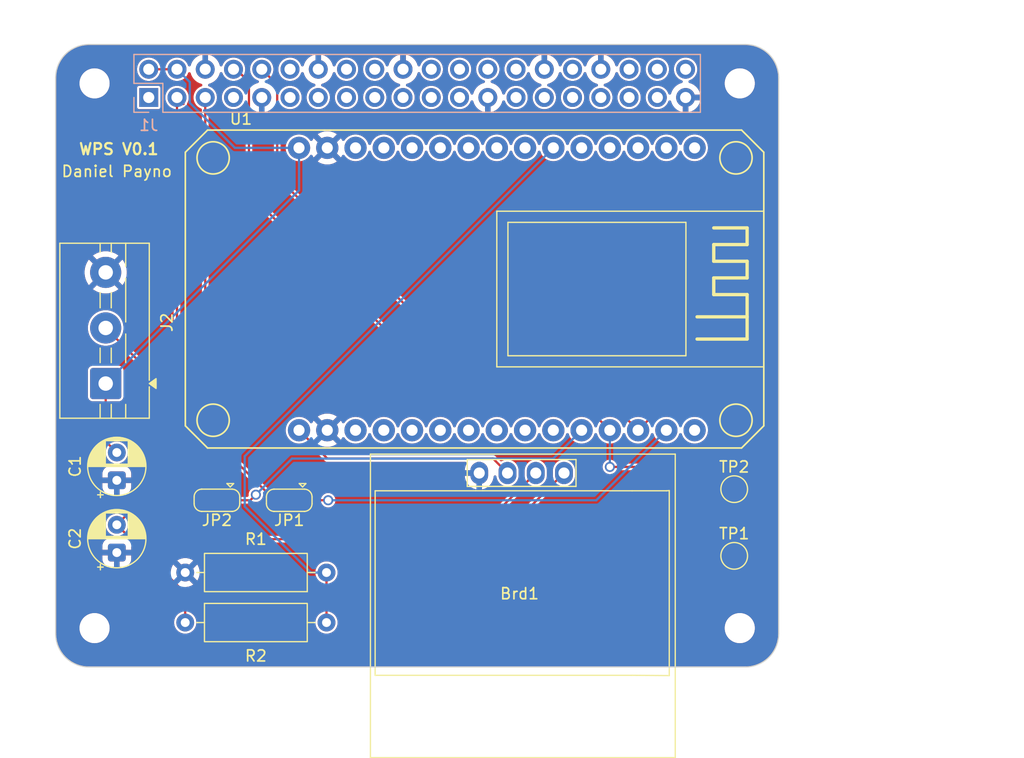
<source format=kicad_pcb>
(kicad_pcb (version 20241229) (generator "pcbnew") (generator_version "9.0")
  (title_block (date "15 nov 2012"))
  (layers (0 "F.Cu" signal) (2 "B.Cu" signal) (13 "F.Paste" user) (15 "B.Paste" user) (5 "F.SilkS" user "F.Silkscreen") (7 "B.SilkS" user "B.Silkscreen") (1 "F.Mask" user) (3 "B.Mask" user) (25 "Edge.Cuts" user))
  (net 0 "")
  (net 1 "GND")
  (net 2 "/GPIO2{slash}SDA1")
  (net 3 "/GPIO3{slash}SCL1")
  (net 4 "/GPIO4{slash}GPCLK0")
  (net 5 "/GPIO14{slash}TXD0")
  (net 6 "/GPIO15{slash}RXD0")
  (net 7 "/GPIO17")
  (net 8 "/GPIO18{slash}PCM.CLK")
  (net 9 "/GPIO27")
  (net 10 "/GPIO22")
  (net 11 "/GPIO23")
  (net 12 "/GPIO24")
  (net 13 "/GPIO10{slash}SPI0.MOSI")
  (net 14 "/GPIO9{slash}SPI0.MISO")
  (net 15 "/GPIO25")
  (net 16 "/GPIO11{slash}SPI0.SCLK")
  (net 17 "/GPIO8{slash}SPI0.CE0")
  (net 18 "/GPIO7{slash}SPI0.CE1")
  (net 19 "/ID_SDA")
  (net 20 "/ID_SCL")
  (net 21 "/GPIO5")
  (net 22 "/GPIO6")
  (net 23 "/GPIO12{slash}PWM0")
  (net 24 "/GPIO13{slash}PWM1")
  (net 25 "/GPIO19{slash}PCM.FS")
  (net 26 "/GPIO16")
  (net 27 "/GPIO26")
  (net 28 "/GPIO20{slash}PCM.DIN")
  (net 29 "/GPIO21{slash}PCM.DOUT")
  (net 30 "+5V")
  (net 31 "+3V3")
  (net 32 "/SDA")
  (net 33 "/SCL")
  (net 34 "/ADC_IN")
  (net 35 "/SCL_ESP32")
  (net 36 "/SDA_ESP32")
  (net 37 "Net-(U1-D32)")
  (net 59 "/3V3_ESP")
  (footprint "MountingHole:MountingHole_2.7mm_M2.5" (layer "F.Cu") (at 161.5 47.5)
    (property "Reference" "MH2" (hide yes))
    (property "Value" "MountingHole_2.7mm_M2.5" (hide yes))
    (pad "" np_thru_hole circle (at 0 0) (size 2.7 2.7) (drill 2.7) (layers "*.Cu" "*.Mask"))
  )
  (footprint "Resistor_THT:R_Axial_DIN0309_L9.0mm_D3.2mm_P12.70mm_Horizontal" (layer "F.Cu") (at 124.35 91.5 180)
    (property "Reference" "R1" (at 6.35 3 0) (layer "F.SilkS"))
    (property "Value" "5k")
    (pad "1" thru_hole circle (at 0 0 180) (size 1.6 1.6) (drill 0.8) (layers "*.Cu" "*.Mask") (net 37 "Net-(U1-D32)"))
    (pad "2" thru_hole circle (at 12.7 0 180) (size 1.6 1.6) (drill 0.8) (layers "*.Cu" "*.Mask") (net 1 "GND"))
  )
  (footprint "Capacitor_THT:CP_Radial_D5.0mm_P2.50mm" (layer "F.Cu") (at 105.5 83.205112 90)
    (property "Reference" "C1" (at 1.25 -3.75 90) (layer "F.SilkS"))
    (property "Value" "C")
    (pad "1" thru_hole roundrect (at 0 0 90) (size 1.6 1.6) (drill 0.8) (layers "*.Cu" "*.Mask") (roundrect_rratio 0.15625) (net 1 "GND"))
    (pad "2" thru_hole circle (at 2.5 0 90) (size 1.6 1.6) (drill 0.8) (layers "*.Cu" "*.Mask") (net 30 "+5V"))
  )
  (footprint "Jumper:SolderJumper-3_P1.3mm_Open_RoundedPad1.0x1.5mm" (layer "F.Cu") (at 114.5 85 180)
    (property "Reference" "JP2" (at 0 -1.8 0) (layer "F.SilkS"))
    (property "Value" "SolderJumper_3_Open")
    (pad "1" smd custom (at -1.3 0 180) (size 1 0.5) (layers "F.Cu" "F.Mask") (net 36 "/SDA_ESP32") (options (clearance outline) (anchor rect)) (primitives (gr_circle (center 0 0.25) (end 0.5 0.25) (width 0) (fill yes)) (gr_circle (center 0 -0.25) (end 0.5 -0.25) (width 0) (fill yes)) (gr_poly (pts (xy 0.55 0.75) (xy 0 0.75) (xy 0 -0.75) (xy 0.55 -0.75)) (width 0) (fill yes))))
    (pad "2" smd rect (at 0 0 180) (size 1 1.5) (layers "F.Cu" "F.Mask") (net 32 "/SDA"))
    (pad "3" smd custom (at 1.3 0 180) (size 1 0.5) (layers "F.Cu" "F.Mask") (net 2 "/GPIO2{slash}SDA1") (options (clearance outline) (anchor rect)) (primitives (gr_circle (center 0 0.25) (end 0.5 0.25) (width 0) (fill yes)) (gr_circle (center 0 -0.25) (end 0.5 -0.25) (width 0) (fill yes)) (gr_poly (pts (xy 0 0.75) (xy -0.55 0.75) (xy -0.55 -0.75) (xy 0 -0.75)) (width 0) (fill yes))))
  )
  (footprint "TestPoint:TestPoint_Pad_D2.0mm" (layer "F.Cu") (at 161 84)
    (property "Reference" "TP2" (at 0 -1.998 0) (layer "F.SilkS"))
    (property "Value" "TestPoint")
    (pad "1" smd circle (at 0 0) (size 2 2) (layers "F.Cu" "F.Mask") (net 6 "/GPIO15{slash}RXD0"))
  )
  (footprint "MountingHole:MountingHole_2.7mm_M2.5" (layer "F.Cu") (at 103.5 96.5)
    (property "Reference" "MH3" (hide yes))
    (property "Value" "MountingHole_2.7mm_M2.5" (hide yes))
    (pad "" np_thru_hole circle (at 0 0) (size 2.7 2.7) (drill 2.7) (layers "*.Cu" "*.Mask"))
  )
  (footprint "Capacitor_THT:CP_Radial_D5.0mm_P2.50mm" (layer "F.Cu") (at 105.5 89.705112 90)
    (property "Reference" "C2" (at 1.25 -3.75 90) (layer "F.SilkS"))
    (property "Value" "C")
    (pad "1" thru_hole roundrect (at 0 0 90) (size 1.6 1.6) (drill 0.8) (layers "*.Cu" "*.Mask") (roundrect_rratio 0.15625) (net 1 "GND"))
    (pad "2" thru_hole circle (at 2.5 0 90) (size 1.6 1.6) (drill 0.8) (layers "*.Cu" "*.Mask") (net 34 "/ADC_IN"))
  )
  (footprint "MountingHole:MountingHole_2.7mm_M2.5" (layer "F.Cu") (at 103.5 47.5)
    (property "Reference" "MH1" (hide yes))
    (property "Value" "MountingHole_2.7mm_M2.5" (hide yes))
    (pad "" np_thru_hole circle (at 0 0) (size 2.7 2.7) (drill 2.7) (layers "*.Cu" "*.Mask"))
  )
  (footprint "Resistor_THT:R_Axial_DIN0309_L9.0mm_D3.2mm_P12.70mm_Horizontal" (layer "F.Cu") (at 111.65 96)
    (property "Reference" "R2" (at 6.35 3 0) (layer "F.SilkS"))
    (property "Value" "10k")
    (pad "1" thru_hole circle (at 0 0) (size 1.6 1.6) (drill 0.8) (layers "*.Cu" "*.Mask") (net 34 "/ADC_IN"))
    (pad "2" thru_hole circle (at 12.7 0) (size 1.6 1.6) (drill 0.8) (layers "*.Cu" "*.Mask") (net 37 "Net-(U1-D32)"))
  )
  (footprint "SSD1306:128x64OLED" (layer "F.Cu") (at 141.7 93.15)
    (property "Reference" "Brd1" (at 0 0.254 0) (layer "F.SilkS"))
    (property "Value" "SSD1306")
    (pad "1" thru_hole oval (at -3.62 -10.6 90) (size 2 1.6) (drill 1) (layers "*.Cu" "*.Mask") (net 1 "GND"))
    (pad "2" thru_hole oval (at -1.08 -10.6 90) (size 2 1.6) (drill 1) (layers "*.Cu" "*.Mask") (net 59 "/3V3_ESP"))
    (pad "3" thru_hole oval (at 1.46 -10.6 90) (size 2 1.6) (drill 1) (layers "*.Cu" "*.Mask") (net 33 "/SCL"))
    (pad "4" thru_hole oval (at 4 -10.6 90) (size 2 1.6) (drill 1) (layers "*.Cu" "*.Mask") (net 32 "/SDA"))
  )
  (footprint "Jumper:SolderJumper-3_P1.3mm_Open_RoundedPad1.0x1.5mm" (layer "F.Cu") (at 121 85 180)
    (property "Reference" "JP1" (at 0 -1.8 0) (layer "F.SilkS"))
    (property "Value" "SolderJumper_3_Open")
    (pad "1" smd custom (at -1.3 0 180) (size 1 0.5) (layers "F.Cu" "F.Mask") (net 35 "/SCL_ESP32") (options (clearance outline) (anchor rect)) (primitives (gr_circle (center 0 0.25) (end 0.5 0.25) (width 0) (fill yes)) (gr_circle (center 0 -0.25) (end 0.5 -0.25) (width 0) (fill yes)) (gr_poly (pts (xy 0.55 0.75) (xy 0 0.75) (xy 0 -0.75) (xy 0.55 -0.75)) (width 0) (fill yes))))
    (pad "2" smd rect (at 0 0 180) (size 1 1.5) (layers "F.Cu" "F.Mask") (net 33 "/SCL"))
    (pad "3" smd custom (at 1.3 0 180) (size 1 0.5) (layers "F.Cu" "F.Mask") (net 3 "/GPIO3{slash}SCL1") (options (clearance outline) (anchor rect)) (primitives (gr_circle (center 0 0.25) (end 0.5 0.25) (width 0) (fill yes)) (gr_circle (center 0 -0.25) (end 0.5 -0.25) (width 0) (fill yes)) (gr_poly (pts (xy 0 0.75) (xy -0.55 0.75) (xy -0.55 -0.75) (xy 0 -0.75)) (width 0) (fill yes))))
  )
  (footprint "MountingHole:MountingHole_2.7mm_M2.5" (layer "F.Cu") (at 161.5 96.5)
    (property "Reference" "MH4" (hide yes))
    (property "Value" "MountingHole_2.7mm_M2.5" (hide yes))
    (pad "" np_thru_hole circle (at 0 0) (size 2.7 2.7) (drill 2.7) (layers "*.Cu" "*.Mask"))
  )
  (footprint "TerminalBlock:TerminalBlock_MaiXu_MX126-5.0-03P_1x03_P5.00mm" (layer "F.Cu") (at 104.5 74.5 90)
    (property "Reference" "J2" (at 5.5 5.5 90) (layer "F.SilkS"))
    (property "Value" "Screw_Terminal_01x03")
    (pad "1" thru_hole roundrect (at 0 0 90) (size 2.8 2.8) (drill 1.3) (layers "*.Cu" "*.Mask") (roundrect_rratio 0.089286) (net 30 "+5V"))
    (pad "2" thru_hole circle (at 5 0 90) (size 2.8 2.8) (drill 1.3) (layers "*.Cu" "*.Mask") (net 34 "/ADC_IN"))
    (pad "3" thru_hole circle (at 10 0 90) (size 2.8 2.8) (drill 1.3) (layers "*.Cu" "*.Mask") (net 1 "GND"))
  )
  (footprint "MCE_Modulos:ESP32DevKitv1" (layer "F.Cu") (at 139.66 66)
    (property "Reference" "U1" (at -23 -15.3 0) (layer "F.SilkS"))
    (property "Value" "ESP32DevKitv1" (hide yes))
    (pad "1" thru_hole circle (at -17.78 12.7) (size 2 2) (drill 1) (layers "*.Cu" "*.Mask") (net 59 "/3V3_ESP"))
    (pad "2" thru_hole circle (at -15.24 12.7) (size 2 2) (drill 1) (layers "*.Cu" "*.Mask") (net 1 "GND"))
    (pad "3" thru_hole circle (at -12.7 12.7) (size 2 2) (drill 1) (layers "*.Cu" "*.Mask"))
    (pad "4" thru_hole circle (at -10.16 12.7) (size 2 2) (drill 1) (layers "*.Cu" "*.Mask"))
    (pad "5" thru_hole circle (at -7.62 12.7) (size 2 2) (drill 1) (layers "*.Cu" "*.Mask"))
    (pad "6" thru_hole circle (at -5.08 12.7) (size 2 2) (drill 1) (layers "*.Cu" "*.Mask"))
    (pad "7" thru_hole circle (at -2.54 12.7) (size 2 2) (drill 1) (layers "*.Cu" "*.Mask"))
    (pad "8" thru_hole circle (at 0 12.7) (size 2 2) (drill 1) (layers "*.Cu" "*.Mask"))
    (pad "9" thru_hole circle (at 2.54 12.7) (size 2 2) (drill 1) (layers "*.Cu" "*.Mask"))
    (pad "10" thru_hole circle (at 5.08 12.7) (size 2 2) (drill 1) (layers "*.Cu" "*.Mask"))
    (pad "11" thru_hole circle (at 7.62 12.7) (size 2 2) (drill 1) (layers "*.Cu" "*.Mask") (net 36 "/SDA_ESP32"))
    (pad "12" thru_hole circle (at 10.16 12.7) (size 2 2) (drill 1) (layers "*.Cu" "*.Mask") (net 5 "/GPIO14{slash}TXD0"))
    (pad "13" thru_hole circle (at 12.7 12.7) (size 2 2) (drill 1) (layers "*.Cu" "*.Mask") (net 6 "/GPIO15{slash}RXD0"))
    (pad "14" thru_hole circle (at 15.24 12.7) (size 2 2) (drill 1) (layers "*.Cu" "*.Mask") (net 35 "/SCL_ESP32"))
    (pad "15" thru_hole circle (at 17.78 12.7) (size 2 2) (drill 1) (layers "*.Cu" "*.Mask"))
    (pad "16" thru_hole circle (at 17.78 -12.7) (size 2 2) (drill 1) (layers "*.Cu" "*.Mask"))
    (pad "17" thru_hole circle (at 15.24 -12.7) (size 2 2) (drill 1) (layers "*.Cu" "*.Mask"))
    (pad "18" thru_hole circle (at 12.7 -12.7) (size 2 2) (drill 1) (layers "*.Cu" "*.Mask"))
    (pad "19" thru_hole circle (at 10.16 -12.7) (size 2 2) (drill 1) (layers "*.Cu" "*.Mask"))
    (pad "20" thru_hole circle (at 7.62 -12.7) (size 2 2) (drill 1) (layers "*.Cu" "*.Mask"))
    (pad "21" thru_hole circle (at 5.08 -12.7) (size 2 2) (drill 1) (layers "*.Cu" "*.Mask") (net 37 "Net-(U1-D32)"))
    (pad "22" thru_hole circle (at 2.54 -12.7) (size 2 2) (drill 1) (layers "*.Cu" "*.Mask"))
    (pad "23" thru_hole circle (at 0 -12.7) (size 2 2) (drill 1) (layers "*.Cu" "*.Mask"))
    (pad "24" thru_hole circle (at -2.54 -12.7) (size 2 2) (drill 1) (layers "*.Cu" "*.Mask"))
    (pad "25" thru_hole circle (at -5.08 -12.7) (size 2 2) (drill 1) (layers "*.Cu" "*.Mask"))
    (pad "26" thru_hole circle (at -7.62 -12.7) (size 2 2) (drill 1) (layers "*.Cu" "*.Mask"))
    (pad "27" thru_hole circle (at -10.16 -12.7) (size 2 2) (drill 1) (layers "*.Cu" "*.Mask"))
    (pad "28" thru_hole circle (at -12.7 -12.7) (size 2 2) (drill 1) (layers "*.Cu" "*.Mask"))
    (pad "29" thru_hole circle (at -15.24 -12.7) (size 2 2) (drill 1) (layers "*.Cu" "*.Mask") (net 1 "GND"))
    (pad "30" thru_hole circle (at -17.78 -12.7) (size 2 2) (drill 1) (layers "*.Cu" "*.Mask") (net 30 "+5V"))
  )
  (footprint "TestPoint:TestPoint_Pad_D2.0mm" (layer "F.Cu") (at 161 90)
    (property "Reference" "TP1" (at 0 -1.998 0) (layer "F.SilkS"))
    (property "Value" "TestPoint")
    (pad "1" smd circle (at 0 0) (size 2 2) (layers "F.Cu" "F.Mask") (net 5 "/GPIO14{slash}TXD0"))
  )
  (footprint "Connector_PinSocket_2.54mm:PinSocket_2x20_P2.54mm_Vertical" (layer "B.Cu") (at 108.37 48.77 -90)
    (property "Reference" "J1" (at 2.5 0 0) (layer "B.SilkS") (effects (justify mirror)))
    (property "Value" "GPIO")
    (pad "1" thru_hole rect (at 0 0 270) (size 1.7 1.7) (drill 1) (layers "*.Cu" "*.Mask") (net 31 "+3V3"))
    (pad "2" thru_hole oval (at -2.54 0 270) (size 1.7 1.7) (drill 1) (layers "*.Cu" "*.Mask") (net 30 "+5V"))
    (pad "3" thru_hole oval (at 0 -2.54 270) (size 1.7 1.7) (drill 1) (layers "*.Cu" "*.Mask") (net 2 "/GPIO2{slash}SDA1"))
    (pad "4" thru_hole oval (at -2.54 -2.54 270) (size 1.7 1.7) (drill 1) (layers "*.Cu" "*.Mask") (net 30 "+5V"))
    (pad "5" thru_hole oval (at 0 -5.08 270) (size 1.7 1.7) (drill 1) (layers "*.Cu" "*.Mask") (net 3 "/GPIO3{slash}SCL1"))
    (pad "6" thru_hole oval (at -2.54 -5.08 270) (size 1.7 1.7) (drill 1) (layers "*.Cu" "*.Mask") (net 1 "GND"))
    (pad "7" thru_hole oval (at 0 -7.62 270) (size 1.7 1.7) (drill 1) (layers "*.Cu" "*.Mask") (net 4 "/GPIO4{slash}GPCLK0"))
    (pad "8" thru_hole oval (at -2.54 -7.62 270) (size 1.7 1.7) (drill 1) (layers "*.Cu" "*.Mask") (net 5 "/GPIO14{slash}TXD0"))
    (pad "9" thru_hole oval (at 0 -10.16 270) (size 1.7 1.7) (drill 1) (layers "*.Cu" "*.Mask") (net 1 "GND"))
    (pad "10" thru_hole oval (at -2.54 -10.16 270) (size 1.7 1.7) (drill 1) (layers "*.Cu" "*.Mask") (net 6 "/GPIO15{slash}RXD0"))
    (pad "11" thru_hole oval (at 0 -12.7 270) (size 1.7 1.7) (drill 1) (layers "*.Cu" "*.Mask") (net 7 "/GPIO17"))
    (pad "12" thru_hole oval (at -2.54 -12.7 270) (size 1.7 1.7) (drill 1) (layers "*.Cu" "*.Mask") (net 8 "/GPIO18{slash}PCM.CLK"))
    (pad "13" thru_hole oval (at 0 -15.24 270) (size 1.7 1.7) (drill 1) (layers "*.Cu" "*.Mask") (net 9 "/GPIO27"))
    (pad "14" thru_hole oval (at -2.54 -15.24 270) (size 1.7 1.7) (drill 1) (layers "*.Cu" "*.Mask") (net 1 "GND"))
    (pad "15" thru_hole oval (at 0 -17.78 270) (size 1.7 1.7) (drill 1) (layers "*.Cu" "*.Mask") (net 10 "/GPIO22"))
    (pad "16" thru_hole oval (at -2.54 -17.78 270) (size 1.7 1.7) (drill 1) (layers "*.Cu" "*.Mask") (net 11 "/GPIO23"))
    (pad "17" thru_hole oval (at 0 -20.32 270) (size 1.7 1.7) (drill 1) (layers "*.Cu" "*.Mask") (net 31 "+3V3"))
    (pad "18" thru_hole oval (at -2.54 -20.32 270) (size 1.7 1.7) (drill 1) (layers "*.Cu" "*.Mask") (net 12 "/GPIO24"))
    (pad "19" thru_hole oval (at 0 -22.86 270) (size 1.7 1.7) (drill 1) (layers "*.Cu" "*.Mask") (net 13 "/GPIO10{slash}SPI0.MOSI"))
    (pad "20" thru_hole oval (at -2.54 -22.86 270) (size 1.7 1.7) (drill 1) (layers "*.Cu" "*.Mask") (net 1 "GND"))
    (pad "21" thru_hole oval (at 0 -25.4 270) (size 1.7 1.7) (drill 1) (layers "*.Cu" "*.Mask") (net 14 "/GPIO9{slash}SPI0.MISO"))
    (pad "22" thru_hole oval (at -2.54 -25.4 270) (size 1.7 1.7) (drill 1) (layers "*.Cu" "*.Mask") (net 15 "/GPIO25"))
    (pad "23" thru_hole oval (at 0 -27.94 270) (size 1.7 1.7) (drill 1) (layers "*.Cu" "*.Mask") (net 16 "/GPIO11{slash}SPI0.SCLK"))
    (pad "24" thru_hole oval (at -2.54 -27.94 270) (size 1.7 1.7) (drill 1) (layers "*.Cu" "*.Mask") (net 17 "/GPIO8{slash}SPI0.CE0"))
    (pad "25" thru_hole oval (at 0 -30.48 270) (size 1.7 1.7) (drill 1) (layers "*.Cu" "*.Mask") (net 1 "GND"))
    (pad "26" thru_hole oval (at -2.54 -30.48 270) (size 1.7 1.7) (drill 1) (layers "*.Cu" "*.Mask") (net 18 "/GPIO7{slash}SPI0.CE1"))
    (pad "27" thru_hole oval (at 0 -33.02 270) (size 1.7 1.7) (drill 1) (layers "*.Cu" "*.Mask") (net 19 "/ID_SDA"))
    (pad "28" thru_hole oval (at -2.54 -33.02 270) (size 1.7 1.7) (drill 1) (layers "*.Cu" "*.Mask") (net 20 "/ID_SCL"))
    (pad "29" thru_hole oval (at 0 -35.56 270) (size 1.7 1.7) (drill 1) (layers "*.Cu" "*.Mask") (net 21 "/GPIO5"))
    (pad "30" thru_hole oval (at -2.54 -35.56 270) (size 1.7 1.7) (drill 1) (layers "*.Cu" "*.Mask") (net 1 "GND"))
    (pad "31" thru_hole oval (at 0 -38.1 270) (size 1.7 1.7) (drill 1) (layers "*.Cu" "*.Mask") (net 22 "/GPIO6"))
    (pad "32" thru_hole oval (at -2.54 -38.1 270) (size 1.7 1.7) (drill 1) (layers "*.Cu" "*.Mask") (net 23 "/GPIO12{slash}PWM0"))
    (pad "33" thru_hole oval (at 0 -40.64 270) (size 1.7 1.7) (drill 1) (layers "*.Cu" "*.Mask") (net 24 "/GPIO13{slash}PWM1"))
    (pad "34" thru_hole oval (at -2.54 -40.64 270) (size 1.7 1.7) (drill 1) (layers "*.Cu" "*.Mask") (net 1 "GND"))
    (pad "35" thru_hole oval (at 0 -43.18 270) (size 1.7 1.7) (drill 1) (layers "*.Cu" "*.Mask") (net 25 "/GPIO19{slash}PCM.FS"))
    (pad "36" thru_hole oval (at -2.54 -43.18 270) (size 1.7 1.7) (drill 1) (layers "*.Cu" "*.Mask") (net 26 "/GPIO16"))
    (pad "37" thru_hole oval (at 0 -45.72 270) (size 1.7 1.7) (drill 1) (layers "*.Cu" "*.Mask") (net 27 "/GPIO26"))
    (pad "38" thru_hole oval (at -2.54 -45.72 270) (size 1.7 1.7) (drill 1) (layers "*.Cu" "*.Mask") (net 28 "/GPIO20{slash}PCM.DIN"))
    (pad "39" thru_hole oval (at 0 -48.26 270) (size 1.7 1.7) (drill 1) (layers "*.Cu" "*.Mask") (net 1 "GND"))
    (pad "40" thru_hole oval (at -2.54 -48.26 270) (size 1.7 1.7) (drill 1) (layers "*.Cu" "*.Mask") (net 29 "/GPIO21{slash}PCM.DOUT"))
  )
  (gr_arc (start 162 44) (mid 164.12132 44.87868) (end 165 47) (stroke (width 0.1)) (layer "Edge.Cuts"))
  (gr_line (start 165 97) (end 165 47) (stroke (width 0.1)) (layer "Edge.Cuts"))
  (gr_line (start 100 47) (end 100 81) (stroke (width 0.1)) (layer "Edge.Cuts"))
  (gr_arc (start 103 100) (mid 100.87868 99.12132) (end 100 97) (stroke (width 0.1)) (layer "Edge.Cuts"))
  (gr_line (start 103 100) (end 162 100) (stroke (width 0.1)) (layer "Edge.Cuts"))
  (gr_arc (start 165 97) (mid 164.12132 99.12132) (end 162 100) (stroke (width 0.1)) (layer "Edge.Cuts"))
  (gr_arc (start 100 47) (mid 100.87868 44.87868) (end 103 44) (stroke (width 0.1)) (layer "Edge.Cuts"))
  (gr_line (start 100 81) (end 100 97) (stroke (width 0.1)) (layer "Edge.Cuts"))
  (gr_line (start 162 44) (end 103 44) (stroke (width 0.1)) (layer "Edge.Cuts"))
  (gr_text "WPS V0.1" (at 102 54 0) (layer "F.SilkS") (effects (font (size 1 1) (thickness 0.2) (bold yes)) (justify left bottom)))
  (gr_text "Daniel Payno" (at 105.5 56 0) (layer "F.SilkS") (effects (font (size 1 1)) (justify bottom)))
  (segment (start 110.91 48.77) (end 110.91 82.71) (width 0.2) (layer "F.Cu") (net 2))
  (segment (start 110.91 82.71) (end 113.2 85) (width 0.2) (layer "F.Cu") (net 2))
  (segment (start 110.91 48.77) (end 111.5 49.36) (width 0.2) (layer "F.Cu") (net 2))
  (segment (start 113.45 78.75) (end 113.45 48.77) (width 0.2) (layer "F.Cu") (net 3))
  (segment (start 119.7 85) (end 113.45 78.75) (width 0.2) (layer "F.Cu") (net 3))
  (segment (start 117.379 47.379) (end 117.379 57.379) (width 0.2) (layer "F.Cu") (net 5))
  (segment (start 161 90) (end 153 82) (width 0.2) (layer "F.Cu") (net 5))
  (segment (start 115.99 46.01) (end 116 46) (width 0.2) (layer "F.Cu") (net 5))
  (segment (start 130.5 70.5) (end 141.62 70.5) (width 0.2) (layer "F.Cu") (net 5))
  (segment (start 141.62 70.5) (end 149.82 78.7) (width 0.2) (layer "F.Cu") (net 5))
  (segment (start 116 46) (end 117.379 47.379) (width 0.2) (layer "F.Cu") (net 5))
  (segment (start 153 82) (end 149.82 82) (width 0.2) (layer "F.Cu") (net 5))
  (segment (start 115.99 46.23) (end 115.99 46.01) (width 0.2) (layer "F.Cu") (net 5))
  (segment (start 117.379 57.379) (end 130.5 70.5) (width 0.2) (layer "F.Cu") (net 5))
  (via (at 149.82 82) (size 0.9) (drill 0.6) (layers "F.Cu" "B.Cu") (net 5))
  (segment (start 149.82 78.7) (end 149.82 78.68) (width 0.2) (layer "B.Cu") (net 5))
  (segment (start 149.82 82) (end 149.82 78.7) (width 0.2) (layer "B.Cu") (net 5))
  (segment (start 132.999999 69) (end 142.66 69) (width 0.2) (layer "F.Cu") (net 6))
  (segment (start 161 80.420108) (end 157.978892 77.399) (width 0.2) (layer "F.Cu") (net 6))
  (segment (start 119.919 47.619) (end 119.919 55.919001) (width 0.2) (layer "F.Cu") (net 6))
  (segment (start 157.978892 77.399) (end 153.661 77.399) (width 0.2) (layer "F.Cu") (net 6))
  (segment (start 161 84) (end 161 80.420108) (width 0.2) (layer "F.Cu") (net 6))
  (segment (start 118.53 46.23) (end 119.919 47.619) (width 0.2) (layer "F.Cu") (net 6))
  (segment (start 142.66 69) (end 148.16 74.5) (width 0.2) (layer "F.Cu") (net 6))
  (segment (start 153.661 77.399) (end 152.36 78.7) (width 0.2) (layer "F.Cu") (net 6))
  (segment (start 119.919 55.919001) (end 132.999999 69) (width 0.2) (layer "F.Cu") (net 6))
  (segment (start 148.16 74.5) (end 152.36 78.7) (width 0.2) (layer "F.Cu") (net 6))
  (segment (start 104.5 79.705112) (end 105.5 80.705112) (width 0.2) (layer "F.Cu") (net 30))
  (segment (start 108.37 46.23) (end 110.91 46.23) (width 0.2) (layer "F.Cu") (net 30))
  (segment (start 104.5 74.5) (end 104.5 79.705112) (width 0.2) (layer "F.Cu") (net 30))
  (segment (start 112.061 47.381) (end 110.91 46.23) (width 0.2) (layer "B.Cu") (net 30))
  (segment (start 104.5 74.5) (end 121.88 57.12) (width 0.2) (layer "B.Cu") (net 30))
  (segment (start 112.061 49.24676) (end 112.061 47.381) (width 0.2) (layer "B.Cu") (net 30))
  (segment (start 121.88 57.12) (end 121.88 53.3) (width 0.2) (layer "B.Cu") (net 30))
  (segment (start 116.11424 53.3) (end 112.061 49.24676) (width 0.2) (layer "B.Cu") (net 30))
  (segment (start 121.88 53.3) (end 116.11424 53.3) (width 0.2) (layer "B.Cu") (net 30))
  (segment (start 114.5 85.95) (end 114.5 85) (width 0.2) (layer "F.Cu") (net 32))
  (segment (start 114.5 85) (end 114.5 84.567248) (width 0.2) (layer "F.Cu") (net 32))
  (segment (start 139.75 88.5) (end 117.05 88.5) (width 0.2) (layer "F.Cu") (net 32))
  (segment (start 117.05 88.5) (end 114.5 85.95) (width 0.2) (layer "F.Cu") (net 32))
  (segment (start 145.7 82.55) (end 139.75 88.5) (width 0.2) (layer "F.Cu") (net 32))
  (segment (start 121 85) (end 121 85.432752) (width 0.2) (layer "F.Cu") (net 33))
  (segment (start 123.067248 87.5) (end 138.21 87.5) (width 0.2) (layer "F.Cu") (net 33))
  (segment (start 121 85.432752) (end 123.067248 87.5) (width 0.2) (layer "F.Cu") (net 33))
  (segment (start 138.21 87.5) (end 143.16 82.55) (width 0.2) (layer "F.Cu") (net 33))
  (segment (start 111.65 96) (end 111.65 93.355112) (width 0.2) (layer "F.Cu") (net 34))
  (segment (start 111.65 93.355112) (end 109.647444 91.352556) (width 0.2) (layer "F.Cu") (net 34))
  (segment (start 105.5 87.205112) (end 109.5 83.205112) (width 0.2) (layer "F.Cu") (net 34))
  (segment (start 109.647444 91.352556) (end 105.5 87.205112) (width 0.2) (layer "F.Cu") (net 34))
  (segment (start 109.5 74.5) (end 104.5 69.5) (width 0.2) (layer "F.Cu") (net 34))
  (segment (start 109.5 83.205112) (end 109.5 74.5) (width 0.2) (layer "F.Cu") (net 34))
  (segment (start 122.3 85) (end 122.309065 84.990935) (width 0.2) (layer "F.Cu") (net 35))
  (segment (start 123.249 85) (end 124.5 85) (width 0.2) (layer "F.Cu") (net 35))
  (segment (start 123.239935 84.990935) (end 123.249 85) (width 0.2) (layer "F.Cu") (net 35))
  (segment (start 122.309065 84.990935) (end 123.239935 84.990935) (width 0.2) (layer "F.Cu") (net 35))
  (via (at 124.5 85) (size 0.9) (drill 0.6) (layers "F.Cu" "B.Cu") (net 35))
  (segment (start 154.9 78.9) (end 155 79) (width 0.2) (layer "B.Cu") (net 35))
  (segment (start 148.6 85) (end 124.751 85) (width 0.2) (layer "B.Cu") (net 35))
  (segment (start 154.9 78.7) (end 154.9 78.9) (width 0.2) (layer "B.Cu") (net 35))
  (segment (start 154.9 78.7) (end 148.6 85) (width 0.2) (layer "B.Cu") (net 35))
  (segment (start 117.5 85) (end 115.8 85) (width 0.2) (layer "F.Cu") (net 36))
  (segment (start 118 84.5) (end 117.5 85) (width 0.2) (layer "F.Cu") (net 36))
  (via (at 118 84.5) (size 0.9) (drill 0.6) (layers "F.Cu" "B.Cu") (net 36))
  (segment (start 121.251 81.249) (end 144.731 81.249) (width 0.2) (layer "B.Cu") (net 36))
  (segment (start 118 84.5) (end 121.251 81.249) (width 0.2) (layer "B.Cu") (net 36))
  (segment (start 144.731 81.249) (end 147.28 78.7) (width 0.2) (layer "B.Cu") (net 36))
  (segment (start 124.35 96) (end 124.35 91.5) (width 0.2) (layer "F.Cu") (net 37))
  (segment (start 117 85.562075) (end 117 81.04) (width 0.2) (layer "B.Cu") (net 37))
  (segment (start 124.35 91.5) (end 122.937925 91.5) (width 0.2) (layer "B.Cu") (net 37))
  (segment (start 122.937925 91.5) (end 117 85.562075) (width 0.2) (layer "B.Cu") (net 37))
  (segment (start 117 81.04) (end 144.74 53.3) (width 0.2) (layer "B.Cu") (net 37))
  (segment (start 124.429 81.249) (end 121.88 78.7) (width 0.2) (layer "F.Cu") (net 59))
  (segment (start 140.62 82.55) (end 139.319 81.249) (width 0.2) (layer "F.Cu") (net 59))
  (segment (start 139.319 81.249) (end 124.429 81.249) (width 0.2) (layer "F.Cu") (net 59))
  (zone (net 1) (net_name "GND") (layers "F.Cu" "B.Cu") (connect_pads (clearance 0)) (min_thickness 0.25) (fill yes (thermal_gap 0.5) (thermal_bridge_width 0.5))
    (polygon (pts (xy 95 40) (xy 170 40) (xy 170 105) (xy 95 105)))
  )
)
</source>
